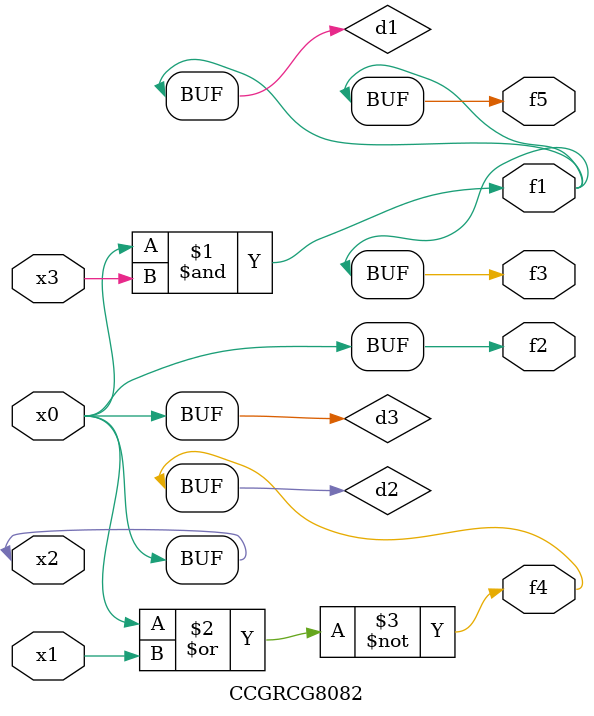
<source format=v>
module CCGRCG8082(
	input x0, x1, x2, x3,
	output f1, f2, f3, f4, f5
);

	wire d1, d2, d3;

	and (d1, x2, x3);
	nor (d2, x0, x1);
	buf (d3, x0, x2);
	assign f1 = d1;
	assign f2 = d3;
	assign f3 = d1;
	assign f4 = d2;
	assign f5 = d1;
endmodule

</source>
